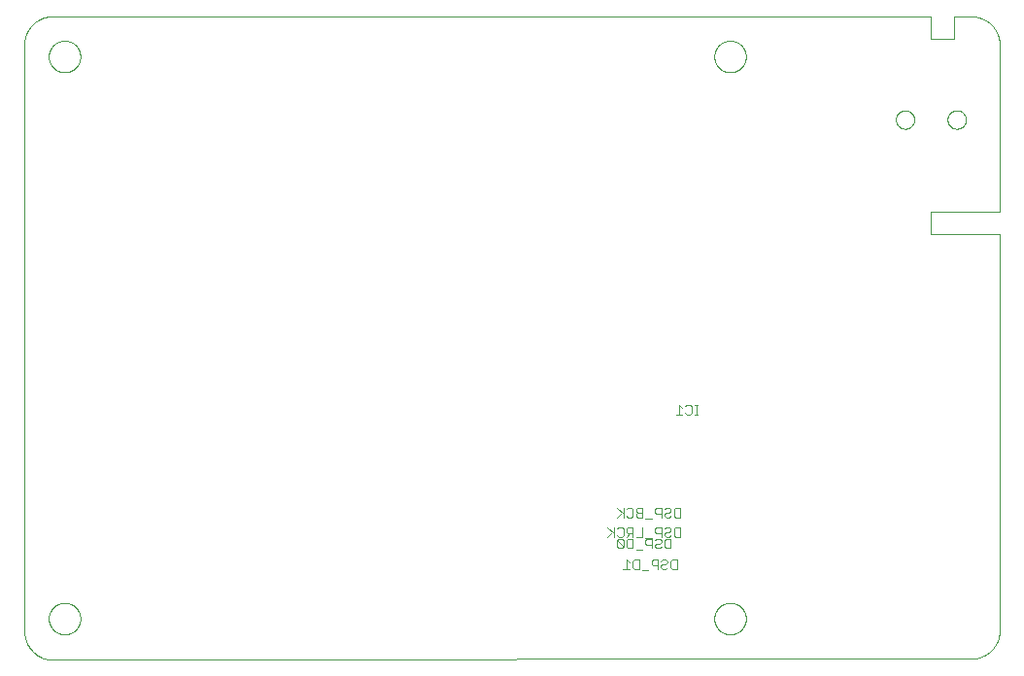
<source format=gbo>
G75*
%MOIN*%
%OFA0B0*%
%FSLAX25Y25*%
%IPPOS*%
%LPD*%
%AMOC8*
5,1,8,0,0,1.08239X$1,22.5*
%
%ADD10C,0.00000*%
%ADD11C,0.00300*%
D10*
X0019433Y0005945D02*
X0334394Y0006339D01*
X0334394Y0006338D02*
X0334632Y0006341D01*
X0334870Y0006349D01*
X0335107Y0006364D01*
X0335344Y0006384D01*
X0335580Y0006410D01*
X0335816Y0006441D01*
X0336051Y0006478D01*
X0336285Y0006521D01*
X0336518Y0006570D01*
X0336750Y0006624D01*
X0336980Y0006684D01*
X0337209Y0006749D01*
X0337436Y0006820D01*
X0337661Y0006896D01*
X0337884Y0006978D01*
X0338106Y0007065D01*
X0338325Y0007157D01*
X0338542Y0007255D01*
X0338756Y0007357D01*
X0338968Y0007465D01*
X0339178Y0007579D01*
X0339384Y0007697D01*
X0339588Y0007820D01*
X0339788Y0007948D01*
X0339985Y0008080D01*
X0340180Y0008218D01*
X0340370Y0008360D01*
X0340558Y0008507D01*
X0340741Y0008658D01*
X0340921Y0008813D01*
X0341097Y0008973D01*
X0341269Y0009137D01*
X0341438Y0009306D01*
X0341602Y0009478D01*
X0341762Y0009654D01*
X0341917Y0009834D01*
X0342068Y0010017D01*
X0342215Y0010205D01*
X0342357Y0010395D01*
X0342495Y0010590D01*
X0342627Y0010787D01*
X0342755Y0010987D01*
X0342878Y0011191D01*
X0342996Y0011397D01*
X0343110Y0011607D01*
X0343218Y0011819D01*
X0343320Y0012033D01*
X0343418Y0012250D01*
X0343510Y0012469D01*
X0343597Y0012691D01*
X0343679Y0012914D01*
X0343755Y0013139D01*
X0343826Y0013366D01*
X0343891Y0013595D01*
X0343951Y0013825D01*
X0344005Y0014057D01*
X0344054Y0014290D01*
X0344097Y0014524D01*
X0344134Y0014759D01*
X0344165Y0014995D01*
X0344191Y0015231D01*
X0344211Y0015468D01*
X0344226Y0015705D01*
X0344234Y0015943D01*
X0344237Y0016181D01*
X0344236Y0016181D02*
X0344236Y0152008D01*
X0320614Y0152008D01*
X0320614Y0159882D01*
X0344236Y0159882D01*
X0344236Y0216969D01*
X0344237Y0216969D02*
X0344234Y0217207D01*
X0344226Y0217445D01*
X0344211Y0217682D01*
X0344191Y0217919D01*
X0344165Y0218155D01*
X0344134Y0218391D01*
X0344097Y0218626D01*
X0344054Y0218860D01*
X0344005Y0219093D01*
X0343951Y0219325D01*
X0343891Y0219555D01*
X0343826Y0219784D01*
X0343755Y0220011D01*
X0343679Y0220236D01*
X0343597Y0220459D01*
X0343510Y0220681D01*
X0343418Y0220900D01*
X0343320Y0221117D01*
X0343218Y0221331D01*
X0343110Y0221543D01*
X0342996Y0221753D01*
X0342878Y0221959D01*
X0342755Y0222163D01*
X0342627Y0222363D01*
X0342495Y0222560D01*
X0342357Y0222755D01*
X0342215Y0222945D01*
X0342068Y0223133D01*
X0341917Y0223316D01*
X0341762Y0223496D01*
X0341602Y0223672D01*
X0341438Y0223844D01*
X0341269Y0224013D01*
X0341097Y0224177D01*
X0340921Y0224337D01*
X0340741Y0224492D01*
X0340558Y0224643D01*
X0340370Y0224790D01*
X0340180Y0224932D01*
X0339985Y0225070D01*
X0339788Y0225202D01*
X0339588Y0225330D01*
X0339384Y0225453D01*
X0339178Y0225571D01*
X0338968Y0225685D01*
X0338756Y0225793D01*
X0338542Y0225895D01*
X0338325Y0225993D01*
X0338106Y0226085D01*
X0337884Y0226172D01*
X0337661Y0226254D01*
X0337436Y0226330D01*
X0337209Y0226401D01*
X0336980Y0226466D01*
X0336750Y0226526D01*
X0336518Y0226580D01*
X0336285Y0226629D01*
X0336051Y0226672D01*
X0335816Y0226709D01*
X0335580Y0226740D01*
X0335344Y0226766D01*
X0335107Y0226786D01*
X0334870Y0226801D01*
X0334632Y0226809D01*
X0334394Y0226812D01*
X0334394Y0226811D02*
X0328488Y0226811D01*
X0328488Y0218937D01*
X0320614Y0218937D01*
X0320614Y0226811D01*
X0019433Y0226811D01*
X0019433Y0226812D02*
X0019200Y0226814D01*
X0018967Y0226810D01*
X0018734Y0226801D01*
X0018501Y0226786D01*
X0018269Y0226765D01*
X0018037Y0226739D01*
X0017806Y0226707D01*
X0017576Y0226670D01*
X0017347Y0226627D01*
X0017119Y0226579D01*
X0016892Y0226525D01*
X0016666Y0226466D01*
X0016442Y0226401D01*
X0016220Y0226331D01*
X0016000Y0226255D01*
X0015781Y0226174D01*
X0015564Y0226088D01*
X0015350Y0225997D01*
X0015137Y0225900D01*
X0014928Y0225799D01*
X0014720Y0225692D01*
X0014516Y0225580D01*
X0014314Y0225464D01*
X0014115Y0225342D01*
X0013918Y0225216D01*
X0013725Y0225085D01*
X0013536Y0224950D01*
X0013349Y0224810D01*
X0013166Y0224666D01*
X0012987Y0224517D01*
X0012811Y0224364D01*
X0012639Y0224206D01*
X0012471Y0224045D01*
X0012307Y0223879D01*
X0012146Y0223710D01*
X0011990Y0223537D01*
X0011839Y0223360D01*
X0011691Y0223179D01*
X0011548Y0222995D01*
X0011409Y0222808D01*
X0011275Y0222617D01*
X0011146Y0222423D01*
X0011021Y0222226D01*
X0010901Y0222026D01*
X0010786Y0221823D01*
X0010676Y0221617D01*
X0010571Y0221409D01*
X0010471Y0221199D01*
X0010376Y0220986D01*
X0010287Y0220771D01*
X0010202Y0220553D01*
X0010123Y0220334D01*
X0010049Y0220113D01*
X0009981Y0219890D01*
X0009917Y0219666D01*
X0009860Y0219440D01*
X0009808Y0219212D01*
X0009761Y0218984D01*
X0009720Y0218755D01*
X0009684Y0218524D01*
X0009654Y0218293D01*
X0009630Y0218061D01*
X0009611Y0217829D01*
X0009598Y0217596D01*
X0009590Y0217363D01*
X0009591Y0217362D02*
X0009591Y0015788D01*
X0009590Y0015788D02*
X0009593Y0015550D01*
X0009601Y0015312D01*
X0009616Y0015075D01*
X0009636Y0014838D01*
X0009662Y0014602D01*
X0009693Y0014366D01*
X0009730Y0014131D01*
X0009773Y0013897D01*
X0009822Y0013664D01*
X0009876Y0013432D01*
X0009936Y0013202D01*
X0010001Y0012973D01*
X0010072Y0012746D01*
X0010148Y0012521D01*
X0010230Y0012298D01*
X0010317Y0012076D01*
X0010409Y0011857D01*
X0010507Y0011640D01*
X0010609Y0011426D01*
X0010717Y0011214D01*
X0010831Y0011004D01*
X0010949Y0010798D01*
X0011072Y0010594D01*
X0011200Y0010394D01*
X0011332Y0010197D01*
X0011470Y0010002D01*
X0011612Y0009812D01*
X0011759Y0009624D01*
X0011910Y0009441D01*
X0012065Y0009261D01*
X0012225Y0009085D01*
X0012389Y0008913D01*
X0012558Y0008744D01*
X0012730Y0008580D01*
X0012906Y0008420D01*
X0013086Y0008265D01*
X0013269Y0008114D01*
X0013457Y0007967D01*
X0013647Y0007825D01*
X0013842Y0007687D01*
X0014039Y0007555D01*
X0014239Y0007427D01*
X0014443Y0007304D01*
X0014649Y0007186D01*
X0014859Y0007072D01*
X0015071Y0006964D01*
X0015285Y0006862D01*
X0015502Y0006764D01*
X0015721Y0006672D01*
X0015943Y0006585D01*
X0016166Y0006503D01*
X0016391Y0006427D01*
X0016618Y0006356D01*
X0016847Y0006291D01*
X0017077Y0006231D01*
X0017309Y0006177D01*
X0017542Y0006128D01*
X0017776Y0006085D01*
X0018011Y0006048D01*
X0018247Y0006017D01*
X0018483Y0005991D01*
X0018720Y0005971D01*
X0018957Y0005956D01*
X0019195Y0005948D01*
X0019433Y0005945D01*
X0017957Y0020118D02*
X0017959Y0020265D01*
X0017965Y0020411D01*
X0017975Y0020557D01*
X0017989Y0020703D01*
X0018007Y0020849D01*
X0018028Y0020994D01*
X0018054Y0021138D01*
X0018084Y0021282D01*
X0018117Y0021424D01*
X0018154Y0021566D01*
X0018195Y0021707D01*
X0018240Y0021846D01*
X0018289Y0021985D01*
X0018341Y0022122D01*
X0018398Y0022257D01*
X0018457Y0022391D01*
X0018521Y0022523D01*
X0018588Y0022653D01*
X0018658Y0022782D01*
X0018732Y0022909D01*
X0018809Y0023033D01*
X0018890Y0023156D01*
X0018974Y0023276D01*
X0019061Y0023394D01*
X0019151Y0023509D01*
X0019244Y0023622D01*
X0019341Y0023733D01*
X0019440Y0023841D01*
X0019542Y0023946D01*
X0019647Y0024048D01*
X0019755Y0024147D01*
X0019866Y0024244D01*
X0019979Y0024337D01*
X0020094Y0024427D01*
X0020212Y0024514D01*
X0020332Y0024598D01*
X0020455Y0024679D01*
X0020579Y0024756D01*
X0020706Y0024830D01*
X0020835Y0024900D01*
X0020965Y0024967D01*
X0021097Y0025031D01*
X0021231Y0025090D01*
X0021366Y0025147D01*
X0021503Y0025199D01*
X0021642Y0025248D01*
X0021781Y0025293D01*
X0021922Y0025334D01*
X0022064Y0025371D01*
X0022206Y0025404D01*
X0022350Y0025434D01*
X0022494Y0025460D01*
X0022639Y0025481D01*
X0022785Y0025499D01*
X0022931Y0025513D01*
X0023077Y0025523D01*
X0023223Y0025529D01*
X0023370Y0025531D01*
X0023517Y0025529D01*
X0023663Y0025523D01*
X0023809Y0025513D01*
X0023955Y0025499D01*
X0024101Y0025481D01*
X0024246Y0025460D01*
X0024390Y0025434D01*
X0024534Y0025404D01*
X0024676Y0025371D01*
X0024818Y0025334D01*
X0024959Y0025293D01*
X0025098Y0025248D01*
X0025237Y0025199D01*
X0025374Y0025147D01*
X0025509Y0025090D01*
X0025643Y0025031D01*
X0025775Y0024967D01*
X0025905Y0024900D01*
X0026034Y0024830D01*
X0026161Y0024756D01*
X0026285Y0024679D01*
X0026408Y0024598D01*
X0026528Y0024514D01*
X0026646Y0024427D01*
X0026761Y0024337D01*
X0026874Y0024244D01*
X0026985Y0024147D01*
X0027093Y0024048D01*
X0027198Y0023946D01*
X0027300Y0023841D01*
X0027399Y0023733D01*
X0027496Y0023622D01*
X0027589Y0023509D01*
X0027679Y0023394D01*
X0027766Y0023276D01*
X0027850Y0023156D01*
X0027931Y0023033D01*
X0028008Y0022909D01*
X0028082Y0022782D01*
X0028152Y0022653D01*
X0028219Y0022523D01*
X0028283Y0022391D01*
X0028342Y0022257D01*
X0028399Y0022122D01*
X0028451Y0021985D01*
X0028500Y0021846D01*
X0028545Y0021707D01*
X0028586Y0021566D01*
X0028623Y0021424D01*
X0028656Y0021282D01*
X0028686Y0021138D01*
X0028712Y0020994D01*
X0028733Y0020849D01*
X0028751Y0020703D01*
X0028765Y0020557D01*
X0028775Y0020411D01*
X0028781Y0020265D01*
X0028783Y0020118D01*
X0028781Y0019971D01*
X0028775Y0019825D01*
X0028765Y0019679D01*
X0028751Y0019533D01*
X0028733Y0019387D01*
X0028712Y0019242D01*
X0028686Y0019098D01*
X0028656Y0018954D01*
X0028623Y0018812D01*
X0028586Y0018670D01*
X0028545Y0018529D01*
X0028500Y0018390D01*
X0028451Y0018251D01*
X0028399Y0018114D01*
X0028342Y0017979D01*
X0028283Y0017845D01*
X0028219Y0017713D01*
X0028152Y0017583D01*
X0028082Y0017454D01*
X0028008Y0017327D01*
X0027931Y0017203D01*
X0027850Y0017080D01*
X0027766Y0016960D01*
X0027679Y0016842D01*
X0027589Y0016727D01*
X0027496Y0016614D01*
X0027399Y0016503D01*
X0027300Y0016395D01*
X0027198Y0016290D01*
X0027093Y0016188D01*
X0026985Y0016089D01*
X0026874Y0015992D01*
X0026761Y0015899D01*
X0026646Y0015809D01*
X0026528Y0015722D01*
X0026408Y0015638D01*
X0026285Y0015557D01*
X0026161Y0015480D01*
X0026034Y0015406D01*
X0025905Y0015336D01*
X0025775Y0015269D01*
X0025643Y0015205D01*
X0025509Y0015146D01*
X0025374Y0015089D01*
X0025237Y0015037D01*
X0025098Y0014988D01*
X0024959Y0014943D01*
X0024818Y0014902D01*
X0024676Y0014865D01*
X0024534Y0014832D01*
X0024390Y0014802D01*
X0024246Y0014776D01*
X0024101Y0014755D01*
X0023955Y0014737D01*
X0023809Y0014723D01*
X0023663Y0014713D01*
X0023517Y0014707D01*
X0023370Y0014705D01*
X0023223Y0014707D01*
X0023077Y0014713D01*
X0022931Y0014723D01*
X0022785Y0014737D01*
X0022639Y0014755D01*
X0022494Y0014776D01*
X0022350Y0014802D01*
X0022206Y0014832D01*
X0022064Y0014865D01*
X0021922Y0014902D01*
X0021781Y0014943D01*
X0021642Y0014988D01*
X0021503Y0015037D01*
X0021366Y0015089D01*
X0021231Y0015146D01*
X0021097Y0015205D01*
X0020965Y0015269D01*
X0020835Y0015336D01*
X0020706Y0015406D01*
X0020579Y0015480D01*
X0020455Y0015557D01*
X0020332Y0015638D01*
X0020212Y0015722D01*
X0020094Y0015809D01*
X0019979Y0015899D01*
X0019866Y0015992D01*
X0019755Y0016089D01*
X0019647Y0016188D01*
X0019542Y0016290D01*
X0019440Y0016395D01*
X0019341Y0016503D01*
X0019244Y0016614D01*
X0019151Y0016727D01*
X0019061Y0016842D01*
X0018974Y0016960D01*
X0018890Y0017080D01*
X0018809Y0017203D01*
X0018732Y0017327D01*
X0018658Y0017454D01*
X0018588Y0017583D01*
X0018521Y0017713D01*
X0018457Y0017845D01*
X0018398Y0017979D01*
X0018341Y0018114D01*
X0018289Y0018251D01*
X0018240Y0018390D01*
X0018195Y0018529D01*
X0018154Y0018670D01*
X0018117Y0018812D01*
X0018084Y0018954D01*
X0018054Y0019098D01*
X0018028Y0019242D01*
X0018007Y0019387D01*
X0017989Y0019533D01*
X0017975Y0019679D01*
X0017965Y0019825D01*
X0017959Y0019971D01*
X0017957Y0020118D01*
X0246304Y0020118D02*
X0246306Y0020265D01*
X0246312Y0020411D01*
X0246322Y0020557D01*
X0246336Y0020703D01*
X0246354Y0020849D01*
X0246375Y0020994D01*
X0246401Y0021138D01*
X0246431Y0021282D01*
X0246464Y0021424D01*
X0246501Y0021566D01*
X0246542Y0021707D01*
X0246587Y0021846D01*
X0246636Y0021985D01*
X0246688Y0022122D01*
X0246745Y0022257D01*
X0246804Y0022391D01*
X0246868Y0022523D01*
X0246935Y0022653D01*
X0247005Y0022782D01*
X0247079Y0022909D01*
X0247156Y0023033D01*
X0247237Y0023156D01*
X0247321Y0023276D01*
X0247408Y0023394D01*
X0247498Y0023509D01*
X0247591Y0023622D01*
X0247688Y0023733D01*
X0247787Y0023841D01*
X0247889Y0023946D01*
X0247994Y0024048D01*
X0248102Y0024147D01*
X0248213Y0024244D01*
X0248326Y0024337D01*
X0248441Y0024427D01*
X0248559Y0024514D01*
X0248679Y0024598D01*
X0248802Y0024679D01*
X0248926Y0024756D01*
X0249053Y0024830D01*
X0249182Y0024900D01*
X0249312Y0024967D01*
X0249444Y0025031D01*
X0249578Y0025090D01*
X0249713Y0025147D01*
X0249850Y0025199D01*
X0249989Y0025248D01*
X0250128Y0025293D01*
X0250269Y0025334D01*
X0250411Y0025371D01*
X0250553Y0025404D01*
X0250697Y0025434D01*
X0250841Y0025460D01*
X0250986Y0025481D01*
X0251132Y0025499D01*
X0251278Y0025513D01*
X0251424Y0025523D01*
X0251570Y0025529D01*
X0251717Y0025531D01*
X0251864Y0025529D01*
X0252010Y0025523D01*
X0252156Y0025513D01*
X0252302Y0025499D01*
X0252448Y0025481D01*
X0252593Y0025460D01*
X0252737Y0025434D01*
X0252881Y0025404D01*
X0253023Y0025371D01*
X0253165Y0025334D01*
X0253306Y0025293D01*
X0253445Y0025248D01*
X0253584Y0025199D01*
X0253721Y0025147D01*
X0253856Y0025090D01*
X0253990Y0025031D01*
X0254122Y0024967D01*
X0254252Y0024900D01*
X0254381Y0024830D01*
X0254508Y0024756D01*
X0254632Y0024679D01*
X0254755Y0024598D01*
X0254875Y0024514D01*
X0254993Y0024427D01*
X0255108Y0024337D01*
X0255221Y0024244D01*
X0255332Y0024147D01*
X0255440Y0024048D01*
X0255545Y0023946D01*
X0255647Y0023841D01*
X0255746Y0023733D01*
X0255843Y0023622D01*
X0255936Y0023509D01*
X0256026Y0023394D01*
X0256113Y0023276D01*
X0256197Y0023156D01*
X0256278Y0023033D01*
X0256355Y0022909D01*
X0256429Y0022782D01*
X0256499Y0022653D01*
X0256566Y0022523D01*
X0256630Y0022391D01*
X0256689Y0022257D01*
X0256746Y0022122D01*
X0256798Y0021985D01*
X0256847Y0021846D01*
X0256892Y0021707D01*
X0256933Y0021566D01*
X0256970Y0021424D01*
X0257003Y0021282D01*
X0257033Y0021138D01*
X0257059Y0020994D01*
X0257080Y0020849D01*
X0257098Y0020703D01*
X0257112Y0020557D01*
X0257122Y0020411D01*
X0257128Y0020265D01*
X0257130Y0020118D01*
X0257128Y0019971D01*
X0257122Y0019825D01*
X0257112Y0019679D01*
X0257098Y0019533D01*
X0257080Y0019387D01*
X0257059Y0019242D01*
X0257033Y0019098D01*
X0257003Y0018954D01*
X0256970Y0018812D01*
X0256933Y0018670D01*
X0256892Y0018529D01*
X0256847Y0018390D01*
X0256798Y0018251D01*
X0256746Y0018114D01*
X0256689Y0017979D01*
X0256630Y0017845D01*
X0256566Y0017713D01*
X0256499Y0017583D01*
X0256429Y0017454D01*
X0256355Y0017327D01*
X0256278Y0017203D01*
X0256197Y0017080D01*
X0256113Y0016960D01*
X0256026Y0016842D01*
X0255936Y0016727D01*
X0255843Y0016614D01*
X0255746Y0016503D01*
X0255647Y0016395D01*
X0255545Y0016290D01*
X0255440Y0016188D01*
X0255332Y0016089D01*
X0255221Y0015992D01*
X0255108Y0015899D01*
X0254993Y0015809D01*
X0254875Y0015722D01*
X0254755Y0015638D01*
X0254632Y0015557D01*
X0254508Y0015480D01*
X0254381Y0015406D01*
X0254252Y0015336D01*
X0254122Y0015269D01*
X0253990Y0015205D01*
X0253856Y0015146D01*
X0253721Y0015089D01*
X0253584Y0015037D01*
X0253445Y0014988D01*
X0253306Y0014943D01*
X0253165Y0014902D01*
X0253023Y0014865D01*
X0252881Y0014832D01*
X0252737Y0014802D01*
X0252593Y0014776D01*
X0252448Y0014755D01*
X0252302Y0014737D01*
X0252156Y0014723D01*
X0252010Y0014713D01*
X0251864Y0014707D01*
X0251717Y0014705D01*
X0251570Y0014707D01*
X0251424Y0014713D01*
X0251278Y0014723D01*
X0251132Y0014737D01*
X0250986Y0014755D01*
X0250841Y0014776D01*
X0250697Y0014802D01*
X0250553Y0014832D01*
X0250411Y0014865D01*
X0250269Y0014902D01*
X0250128Y0014943D01*
X0249989Y0014988D01*
X0249850Y0015037D01*
X0249713Y0015089D01*
X0249578Y0015146D01*
X0249444Y0015205D01*
X0249312Y0015269D01*
X0249182Y0015336D01*
X0249053Y0015406D01*
X0248926Y0015480D01*
X0248802Y0015557D01*
X0248679Y0015638D01*
X0248559Y0015722D01*
X0248441Y0015809D01*
X0248326Y0015899D01*
X0248213Y0015992D01*
X0248102Y0016089D01*
X0247994Y0016188D01*
X0247889Y0016290D01*
X0247787Y0016395D01*
X0247688Y0016503D01*
X0247591Y0016614D01*
X0247498Y0016727D01*
X0247408Y0016842D01*
X0247321Y0016960D01*
X0247237Y0017080D01*
X0247156Y0017203D01*
X0247079Y0017327D01*
X0247005Y0017454D01*
X0246935Y0017583D01*
X0246868Y0017713D01*
X0246804Y0017845D01*
X0246745Y0017979D01*
X0246688Y0018114D01*
X0246636Y0018251D01*
X0246587Y0018390D01*
X0246542Y0018529D01*
X0246501Y0018670D01*
X0246464Y0018812D01*
X0246431Y0018954D01*
X0246401Y0019098D01*
X0246375Y0019242D01*
X0246354Y0019387D01*
X0246336Y0019533D01*
X0246322Y0019679D01*
X0246312Y0019825D01*
X0246306Y0019971D01*
X0246304Y0020118D01*
X0308606Y0191378D02*
X0308608Y0191490D01*
X0308614Y0191601D01*
X0308624Y0191713D01*
X0308638Y0191824D01*
X0308655Y0191934D01*
X0308677Y0192044D01*
X0308703Y0192153D01*
X0308732Y0192261D01*
X0308765Y0192367D01*
X0308802Y0192473D01*
X0308843Y0192577D01*
X0308888Y0192680D01*
X0308936Y0192781D01*
X0308987Y0192880D01*
X0309042Y0192977D01*
X0309101Y0193072D01*
X0309162Y0193166D01*
X0309227Y0193257D01*
X0309296Y0193345D01*
X0309367Y0193431D01*
X0309441Y0193515D01*
X0309519Y0193595D01*
X0309599Y0193673D01*
X0309682Y0193749D01*
X0309767Y0193821D01*
X0309855Y0193890D01*
X0309945Y0193956D01*
X0310038Y0194018D01*
X0310133Y0194078D01*
X0310230Y0194134D01*
X0310328Y0194186D01*
X0310429Y0194235D01*
X0310531Y0194280D01*
X0310635Y0194322D01*
X0310740Y0194360D01*
X0310847Y0194394D01*
X0310954Y0194424D01*
X0311063Y0194451D01*
X0311172Y0194473D01*
X0311283Y0194492D01*
X0311393Y0194507D01*
X0311505Y0194518D01*
X0311616Y0194525D01*
X0311728Y0194528D01*
X0311840Y0194527D01*
X0311952Y0194522D01*
X0312063Y0194513D01*
X0312174Y0194500D01*
X0312285Y0194483D01*
X0312395Y0194463D01*
X0312504Y0194438D01*
X0312612Y0194410D01*
X0312719Y0194377D01*
X0312825Y0194341D01*
X0312929Y0194301D01*
X0313032Y0194258D01*
X0313134Y0194211D01*
X0313233Y0194160D01*
X0313331Y0194106D01*
X0313427Y0194048D01*
X0313521Y0193987D01*
X0313612Y0193923D01*
X0313701Y0193856D01*
X0313788Y0193785D01*
X0313872Y0193711D01*
X0313954Y0193635D01*
X0314032Y0193555D01*
X0314108Y0193473D01*
X0314181Y0193388D01*
X0314251Y0193301D01*
X0314317Y0193211D01*
X0314381Y0193119D01*
X0314441Y0193025D01*
X0314498Y0192929D01*
X0314551Y0192830D01*
X0314601Y0192730D01*
X0314647Y0192629D01*
X0314690Y0192525D01*
X0314729Y0192420D01*
X0314764Y0192314D01*
X0314795Y0192207D01*
X0314823Y0192098D01*
X0314846Y0191989D01*
X0314866Y0191879D01*
X0314882Y0191768D01*
X0314894Y0191657D01*
X0314902Y0191546D01*
X0314906Y0191434D01*
X0314906Y0191322D01*
X0314902Y0191210D01*
X0314894Y0191099D01*
X0314882Y0190988D01*
X0314866Y0190877D01*
X0314846Y0190767D01*
X0314823Y0190658D01*
X0314795Y0190549D01*
X0314764Y0190442D01*
X0314729Y0190336D01*
X0314690Y0190231D01*
X0314647Y0190127D01*
X0314601Y0190026D01*
X0314551Y0189926D01*
X0314498Y0189827D01*
X0314441Y0189731D01*
X0314381Y0189637D01*
X0314317Y0189545D01*
X0314251Y0189455D01*
X0314181Y0189368D01*
X0314108Y0189283D01*
X0314032Y0189201D01*
X0313954Y0189121D01*
X0313872Y0189045D01*
X0313788Y0188971D01*
X0313701Y0188900D01*
X0313612Y0188833D01*
X0313521Y0188769D01*
X0313427Y0188708D01*
X0313331Y0188650D01*
X0313233Y0188596D01*
X0313134Y0188545D01*
X0313032Y0188498D01*
X0312929Y0188455D01*
X0312825Y0188415D01*
X0312719Y0188379D01*
X0312612Y0188346D01*
X0312504Y0188318D01*
X0312395Y0188293D01*
X0312285Y0188273D01*
X0312174Y0188256D01*
X0312063Y0188243D01*
X0311952Y0188234D01*
X0311840Y0188229D01*
X0311728Y0188228D01*
X0311616Y0188231D01*
X0311505Y0188238D01*
X0311393Y0188249D01*
X0311283Y0188264D01*
X0311172Y0188283D01*
X0311063Y0188305D01*
X0310954Y0188332D01*
X0310847Y0188362D01*
X0310740Y0188396D01*
X0310635Y0188434D01*
X0310531Y0188476D01*
X0310429Y0188521D01*
X0310328Y0188570D01*
X0310230Y0188622D01*
X0310133Y0188678D01*
X0310038Y0188738D01*
X0309945Y0188800D01*
X0309855Y0188866D01*
X0309767Y0188935D01*
X0309682Y0189007D01*
X0309599Y0189083D01*
X0309519Y0189161D01*
X0309441Y0189241D01*
X0309367Y0189325D01*
X0309296Y0189411D01*
X0309227Y0189499D01*
X0309162Y0189590D01*
X0309101Y0189684D01*
X0309042Y0189779D01*
X0308987Y0189876D01*
X0308936Y0189975D01*
X0308888Y0190076D01*
X0308843Y0190179D01*
X0308802Y0190283D01*
X0308765Y0190389D01*
X0308732Y0190495D01*
X0308703Y0190603D01*
X0308677Y0190712D01*
X0308655Y0190822D01*
X0308638Y0190932D01*
X0308624Y0191043D01*
X0308614Y0191155D01*
X0308608Y0191266D01*
X0308606Y0191378D01*
X0326323Y0191378D02*
X0326325Y0191490D01*
X0326331Y0191601D01*
X0326341Y0191713D01*
X0326355Y0191824D01*
X0326372Y0191934D01*
X0326394Y0192044D01*
X0326420Y0192153D01*
X0326449Y0192261D01*
X0326482Y0192367D01*
X0326519Y0192473D01*
X0326560Y0192577D01*
X0326605Y0192680D01*
X0326653Y0192781D01*
X0326704Y0192880D01*
X0326759Y0192977D01*
X0326818Y0193072D01*
X0326879Y0193166D01*
X0326944Y0193257D01*
X0327013Y0193345D01*
X0327084Y0193431D01*
X0327158Y0193515D01*
X0327236Y0193595D01*
X0327316Y0193673D01*
X0327399Y0193749D01*
X0327484Y0193821D01*
X0327572Y0193890D01*
X0327662Y0193956D01*
X0327755Y0194018D01*
X0327850Y0194078D01*
X0327947Y0194134D01*
X0328045Y0194186D01*
X0328146Y0194235D01*
X0328248Y0194280D01*
X0328352Y0194322D01*
X0328457Y0194360D01*
X0328564Y0194394D01*
X0328671Y0194424D01*
X0328780Y0194451D01*
X0328889Y0194473D01*
X0329000Y0194492D01*
X0329110Y0194507D01*
X0329222Y0194518D01*
X0329333Y0194525D01*
X0329445Y0194528D01*
X0329557Y0194527D01*
X0329669Y0194522D01*
X0329780Y0194513D01*
X0329891Y0194500D01*
X0330002Y0194483D01*
X0330112Y0194463D01*
X0330221Y0194438D01*
X0330329Y0194410D01*
X0330436Y0194377D01*
X0330542Y0194341D01*
X0330646Y0194301D01*
X0330749Y0194258D01*
X0330851Y0194211D01*
X0330950Y0194160D01*
X0331048Y0194106D01*
X0331144Y0194048D01*
X0331238Y0193987D01*
X0331329Y0193923D01*
X0331418Y0193856D01*
X0331505Y0193785D01*
X0331589Y0193711D01*
X0331671Y0193635D01*
X0331749Y0193555D01*
X0331825Y0193473D01*
X0331898Y0193388D01*
X0331968Y0193301D01*
X0332034Y0193211D01*
X0332098Y0193119D01*
X0332158Y0193025D01*
X0332215Y0192929D01*
X0332268Y0192830D01*
X0332318Y0192730D01*
X0332364Y0192629D01*
X0332407Y0192525D01*
X0332446Y0192420D01*
X0332481Y0192314D01*
X0332512Y0192207D01*
X0332540Y0192098D01*
X0332563Y0191989D01*
X0332583Y0191879D01*
X0332599Y0191768D01*
X0332611Y0191657D01*
X0332619Y0191546D01*
X0332623Y0191434D01*
X0332623Y0191322D01*
X0332619Y0191210D01*
X0332611Y0191099D01*
X0332599Y0190988D01*
X0332583Y0190877D01*
X0332563Y0190767D01*
X0332540Y0190658D01*
X0332512Y0190549D01*
X0332481Y0190442D01*
X0332446Y0190336D01*
X0332407Y0190231D01*
X0332364Y0190127D01*
X0332318Y0190026D01*
X0332268Y0189926D01*
X0332215Y0189827D01*
X0332158Y0189731D01*
X0332098Y0189637D01*
X0332034Y0189545D01*
X0331968Y0189455D01*
X0331898Y0189368D01*
X0331825Y0189283D01*
X0331749Y0189201D01*
X0331671Y0189121D01*
X0331589Y0189045D01*
X0331505Y0188971D01*
X0331418Y0188900D01*
X0331329Y0188833D01*
X0331238Y0188769D01*
X0331144Y0188708D01*
X0331048Y0188650D01*
X0330950Y0188596D01*
X0330851Y0188545D01*
X0330749Y0188498D01*
X0330646Y0188455D01*
X0330542Y0188415D01*
X0330436Y0188379D01*
X0330329Y0188346D01*
X0330221Y0188318D01*
X0330112Y0188293D01*
X0330002Y0188273D01*
X0329891Y0188256D01*
X0329780Y0188243D01*
X0329669Y0188234D01*
X0329557Y0188229D01*
X0329445Y0188228D01*
X0329333Y0188231D01*
X0329222Y0188238D01*
X0329110Y0188249D01*
X0329000Y0188264D01*
X0328889Y0188283D01*
X0328780Y0188305D01*
X0328671Y0188332D01*
X0328564Y0188362D01*
X0328457Y0188396D01*
X0328352Y0188434D01*
X0328248Y0188476D01*
X0328146Y0188521D01*
X0328045Y0188570D01*
X0327947Y0188622D01*
X0327850Y0188678D01*
X0327755Y0188738D01*
X0327662Y0188800D01*
X0327572Y0188866D01*
X0327484Y0188935D01*
X0327399Y0189007D01*
X0327316Y0189083D01*
X0327236Y0189161D01*
X0327158Y0189241D01*
X0327084Y0189325D01*
X0327013Y0189411D01*
X0326944Y0189499D01*
X0326879Y0189590D01*
X0326818Y0189684D01*
X0326759Y0189779D01*
X0326704Y0189876D01*
X0326653Y0189975D01*
X0326605Y0190076D01*
X0326560Y0190179D01*
X0326519Y0190283D01*
X0326482Y0190389D01*
X0326449Y0190495D01*
X0326420Y0190603D01*
X0326394Y0190712D01*
X0326372Y0190822D01*
X0326355Y0190932D01*
X0326341Y0191043D01*
X0326331Y0191155D01*
X0326325Y0191266D01*
X0326323Y0191378D01*
X0246304Y0213032D02*
X0246306Y0213179D01*
X0246312Y0213325D01*
X0246322Y0213471D01*
X0246336Y0213617D01*
X0246354Y0213763D01*
X0246375Y0213908D01*
X0246401Y0214052D01*
X0246431Y0214196D01*
X0246464Y0214338D01*
X0246501Y0214480D01*
X0246542Y0214621D01*
X0246587Y0214760D01*
X0246636Y0214899D01*
X0246688Y0215036D01*
X0246745Y0215171D01*
X0246804Y0215305D01*
X0246868Y0215437D01*
X0246935Y0215567D01*
X0247005Y0215696D01*
X0247079Y0215823D01*
X0247156Y0215947D01*
X0247237Y0216070D01*
X0247321Y0216190D01*
X0247408Y0216308D01*
X0247498Y0216423D01*
X0247591Y0216536D01*
X0247688Y0216647D01*
X0247787Y0216755D01*
X0247889Y0216860D01*
X0247994Y0216962D01*
X0248102Y0217061D01*
X0248213Y0217158D01*
X0248326Y0217251D01*
X0248441Y0217341D01*
X0248559Y0217428D01*
X0248679Y0217512D01*
X0248802Y0217593D01*
X0248926Y0217670D01*
X0249053Y0217744D01*
X0249182Y0217814D01*
X0249312Y0217881D01*
X0249444Y0217945D01*
X0249578Y0218004D01*
X0249713Y0218061D01*
X0249850Y0218113D01*
X0249989Y0218162D01*
X0250128Y0218207D01*
X0250269Y0218248D01*
X0250411Y0218285D01*
X0250553Y0218318D01*
X0250697Y0218348D01*
X0250841Y0218374D01*
X0250986Y0218395D01*
X0251132Y0218413D01*
X0251278Y0218427D01*
X0251424Y0218437D01*
X0251570Y0218443D01*
X0251717Y0218445D01*
X0251864Y0218443D01*
X0252010Y0218437D01*
X0252156Y0218427D01*
X0252302Y0218413D01*
X0252448Y0218395D01*
X0252593Y0218374D01*
X0252737Y0218348D01*
X0252881Y0218318D01*
X0253023Y0218285D01*
X0253165Y0218248D01*
X0253306Y0218207D01*
X0253445Y0218162D01*
X0253584Y0218113D01*
X0253721Y0218061D01*
X0253856Y0218004D01*
X0253990Y0217945D01*
X0254122Y0217881D01*
X0254252Y0217814D01*
X0254381Y0217744D01*
X0254508Y0217670D01*
X0254632Y0217593D01*
X0254755Y0217512D01*
X0254875Y0217428D01*
X0254993Y0217341D01*
X0255108Y0217251D01*
X0255221Y0217158D01*
X0255332Y0217061D01*
X0255440Y0216962D01*
X0255545Y0216860D01*
X0255647Y0216755D01*
X0255746Y0216647D01*
X0255843Y0216536D01*
X0255936Y0216423D01*
X0256026Y0216308D01*
X0256113Y0216190D01*
X0256197Y0216070D01*
X0256278Y0215947D01*
X0256355Y0215823D01*
X0256429Y0215696D01*
X0256499Y0215567D01*
X0256566Y0215437D01*
X0256630Y0215305D01*
X0256689Y0215171D01*
X0256746Y0215036D01*
X0256798Y0214899D01*
X0256847Y0214760D01*
X0256892Y0214621D01*
X0256933Y0214480D01*
X0256970Y0214338D01*
X0257003Y0214196D01*
X0257033Y0214052D01*
X0257059Y0213908D01*
X0257080Y0213763D01*
X0257098Y0213617D01*
X0257112Y0213471D01*
X0257122Y0213325D01*
X0257128Y0213179D01*
X0257130Y0213032D01*
X0257128Y0212885D01*
X0257122Y0212739D01*
X0257112Y0212593D01*
X0257098Y0212447D01*
X0257080Y0212301D01*
X0257059Y0212156D01*
X0257033Y0212012D01*
X0257003Y0211868D01*
X0256970Y0211726D01*
X0256933Y0211584D01*
X0256892Y0211443D01*
X0256847Y0211304D01*
X0256798Y0211165D01*
X0256746Y0211028D01*
X0256689Y0210893D01*
X0256630Y0210759D01*
X0256566Y0210627D01*
X0256499Y0210497D01*
X0256429Y0210368D01*
X0256355Y0210241D01*
X0256278Y0210117D01*
X0256197Y0209994D01*
X0256113Y0209874D01*
X0256026Y0209756D01*
X0255936Y0209641D01*
X0255843Y0209528D01*
X0255746Y0209417D01*
X0255647Y0209309D01*
X0255545Y0209204D01*
X0255440Y0209102D01*
X0255332Y0209003D01*
X0255221Y0208906D01*
X0255108Y0208813D01*
X0254993Y0208723D01*
X0254875Y0208636D01*
X0254755Y0208552D01*
X0254632Y0208471D01*
X0254508Y0208394D01*
X0254381Y0208320D01*
X0254252Y0208250D01*
X0254122Y0208183D01*
X0253990Y0208119D01*
X0253856Y0208060D01*
X0253721Y0208003D01*
X0253584Y0207951D01*
X0253445Y0207902D01*
X0253306Y0207857D01*
X0253165Y0207816D01*
X0253023Y0207779D01*
X0252881Y0207746D01*
X0252737Y0207716D01*
X0252593Y0207690D01*
X0252448Y0207669D01*
X0252302Y0207651D01*
X0252156Y0207637D01*
X0252010Y0207627D01*
X0251864Y0207621D01*
X0251717Y0207619D01*
X0251570Y0207621D01*
X0251424Y0207627D01*
X0251278Y0207637D01*
X0251132Y0207651D01*
X0250986Y0207669D01*
X0250841Y0207690D01*
X0250697Y0207716D01*
X0250553Y0207746D01*
X0250411Y0207779D01*
X0250269Y0207816D01*
X0250128Y0207857D01*
X0249989Y0207902D01*
X0249850Y0207951D01*
X0249713Y0208003D01*
X0249578Y0208060D01*
X0249444Y0208119D01*
X0249312Y0208183D01*
X0249182Y0208250D01*
X0249053Y0208320D01*
X0248926Y0208394D01*
X0248802Y0208471D01*
X0248679Y0208552D01*
X0248559Y0208636D01*
X0248441Y0208723D01*
X0248326Y0208813D01*
X0248213Y0208906D01*
X0248102Y0209003D01*
X0247994Y0209102D01*
X0247889Y0209204D01*
X0247787Y0209309D01*
X0247688Y0209417D01*
X0247591Y0209528D01*
X0247498Y0209641D01*
X0247408Y0209756D01*
X0247321Y0209874D01*
X0247237Y0209994D01*
X0247156Y0210117D01*
X0247079Y0210241D01*
X0247005Y0210368D01*
X0246935Y0210497D01*
X0246868Y0210627D01*
X0246804Y0210759D01*
X0246745Y0210893D01*
X0246688Y0211028D01*
X0246636Y0211165D01*
X0246587Y0211304D01*
X0246542Y0211443D01*
X0246501Y0211584D01*
X0246464Y0211726D01*
X0246431Y0211868D01*
X0246401Y0212012D01*
X0246375Y0212156D01*
X0246354Y0212301D01*
X0246336Y0212447D01*
X0246322Y0212593D01*
X0246312Y0212739D01*
X0246306Y0212885D01*
X0246304Y0213032D01*
X0017957Y0213032D02*
X0017959Y0213179D01*
X0017965Y0213325D01*
X0017975Y0213471D01*
X0017989Y0213617D01*
X0018007Y0213763D01*
X0018028Y0213908D01*
X0018054Y0214052D01*
X0018084Y0214196D01*
X0018117Y0214338D01*
X0018154Y0214480D01*
X0018195Y0214621D01*
X0018240Y0214760D01*
X0018289Y0214899D01*
X0018341Y0215036D01*
X0018398Y0215171D01*
X0018457Y0215305D01*
X0018521Y0215437D01*
X0018588Y0215567D01*
X0018658Y0215696D01*
X0018732Y0215823D01*
X0018809Y0215947D01*
X0018890Y0216070D01*
X0018974Y0216190D01*
X0019061Y0216308D01*
X0019151Y0216423D01*
X0019244Y0216536D01*
X0019341Y0216647D01*
X0019440Y0216755D01*
X0019542Y0216860D01*
X0019647Y0216962D01*
X0019755Y0217061D01*
X0019866Y0217158D01*
X0019979Y0217251D01*
X0020094Y0217341D01*
X0020212Y0217428D01*
X0020332Y0217512D01*
X0020455Y0217593D01*
X0020579Y0217670D01*
X0020706Y0217744D01*
X0020835Y0217814D01*
X0020965Y0217881D01*
X0021097Y0217945D01*
X0021231Y0218004D01*
X0021366Y0218061D01*
X0021503Y0218113D01*
X0021642Y0218162D01*
X0021781Y0218207D01*
X0021922Y0218248D01*
X0022064Y0218285D01*
X0022206Y0218318D01*
X0022350Y0218348D01*
X0022494Y0218374D01*
X0022639Y0218395D01*
X0022785Y0218413D01*
X0022931Y0218427D01*
X0023077Y0218437D01*
X0023223Y0218443D01*
X0023370Y0218445D01*
X0023517Y0218443D01*
X0023663Y0218437D01*
X0023809Y0218427D01*
X0023955Y0218413D01*
X0024101Y0218395D01*
X0024246Y0218374D01*
X0024390Y0218348D01*
X0024534Y0218318D01*
X0024676Y0218285D01*
X0024818Y0218248D01*
X0024959Y0218207D01*
X0025098Y0218162D01*
X0025237Y0218113D01*
X0025374Y0218061D01*
X0025509Y0218004D01*
X0025643Y0217945D01*
X0025775Y0217881D01*
X0025905Y0217814D01*
X0026034Y0217744D01*
X0026161Y0217670D01*
X0026285Y0217593D01*
X0026408Y0217512D01*
X0026528Y0217428D01*
X0026646Y0217341D01*
X0026761Y0217251D01*
X0026874Y0217158D01*
X0026985Y0217061D01*
X0027093Y0216962D01*
X0027198Y0216860D01*
X0027300Y0216755D01*
X0027399Y0216647D01*
X0027496Y0216536D01*
X0027589Y0216423D01*
X0027679Y0216308D01*
X0027766Y0216190D01*
X0027850Y0216070D01*
X0027931Y0215947D01*
X0028008Y0215823D01*
X0028082Y0215696D01*
X0028152Y0215567D01*
X0028219Y0215437D01*
X0028283Y0215305D01*
X0028342Y0215171D01*
X0028399Y0215036D01*
X0028451Y0214899D01*
X0028500Y0214760D01*
X0028545Y0214621D01*
X0028586Y0214480D01*
X0028623Y0214338D01*
X0028656Y0214196D01*
X0028686Y0214052D01*
X0028712Y0213908D01*
X0028733Y0213763D01*
X0028751Y0213617D01*
X0028765Y0213471D01*
X0028775Y0213325D01*
X0028781Y0213179D01*
X0028783Y0213032D01*
X0028781Y0212885D01*
X0028775Y0212739D01*
X0028765Y0212593D01*
X0028751Y0212447D01*
X0028733Y0212301D01*
X0028712Y0212156D01*
X0028686Y0212012D01*
X0028656Y0211868D01*
X0028623Y0211726D01*
X0028586Y0211584D01*
X0028545Y0211443D01*
X0028500Y0211304D01*
X0028451Y0211165D01*
X0028399Y0211028D01*
X0028342Y0210893D01*
X0028283Y0210759D01*
X0028219Y0210627D01*
X0028152Y0210497D01*
X0028082Y0210368D01*
X0028008Y0210241D01*
X0027931Y0210117D01*
X0027850Y0209994D01*
X0027766Y0209874D01*
X0027679Y0209756D01*
X0027589Y0209641D01*
X0027496Y0209528D01*
X0027399Y0209417D01*
X0027300Y0209309D01*
X0027198Y0209204D01*
X0027093Y0209102D01*
X0026985Y0209003D01*
X0026874Y0208906D01*
X0026761Y0208813D01*
X0026646Y0208723D01*
X0026528Y0208636D01*
X0026408Y0208552D01*
X0026285Y0208471D01*
X0026161Y0208394D01*
X0026034Y0208320D01*
X0025905Y0208250D01*
X0025775Y0208183D01*
X0025643Y0208119D01*
X0025509Y0208060D01*
X0025374Y0208003D01*
X0025237Y0207951D01*
X0025098Y0207902D01*
X0024959Y0207857D01*
X0024818Y0207816D01*
X0024676Y0207779D01*
X0024534Y0207746D01*
X0024390Y0207716D01*
X0024246Y0207690D01*
X0024101Y0207669D01*
X0023955Y0207651D01*
X0023809Y0207637D01*
X0023663Y0207627D01*
X0023517Y0207621D01*
X0023370Y0207619D01*
X0023223Y0207621D01*
X0023077Y0207627D01*
X0022931Y0207637D01*
X0022785Y0207651D01*
X0022639Y0207669D01*
X0022494Y0207690D01*
X0022350Y0207716D01*
X0022206Y0207746D01*
X0022064Y0207779D01*
X0021922Y0207816D01*
X0021781Y0207857D01*
X0021642Y0207902D01*
X0021503Y0207951D01*
X0021366Y0208003D01*
X0021231Y0208060D01*
X0021097Y0208119D01*
X0020965Y0208183D01*
X0020835Y0208250D01*
X0020706Y0208320D01*
X0020579Y0208394D01*
X0020455Y0208471D01*
X0020332Y0208552D01*
X0020212Y0208636D01*
X0020094Y0208723D01*
X0019979Y0208813D01*
X0019866Y0208906D01*
X0019755Y0209003D01*
X0019647Y0209102D01*
X0019542Y0209204D01*
X0019440Y0209309D01*
X0019341Y0209417D01*
X0019244Y0209528D01*
X0019151Y0209641D01*
X0019061Y0209756D01*
X0018974Y0209874D01*
X0018890Y0209994D01*
X0018809Y0210117D01*
X0018732Y0210241D01*
X0018658Y0210368D01*
X0018588Y0210497D01*
X0018521Y0210627D01*
X0018457Y0210759D01*
X0018398Y0210893D01*
X0018341Y0211028D01*
X0018289Y0211165D01*
X0018240Y0211304D01*
X0018195Y0211443D01*
X0018154Y0211584D01*
X0018117Y0211726D01*
X0018084Y0211868D01*
X0018054Y0212012D01*
X0018028Y0212156D01*
X0018007Y0212301D01*
X0017989Y0212447D01*
X0017975Y0212593D01*
X0017965Y0212739D01*
X0017959Y0212885D01*
X0017957Y0213032D01*
D11*
X0234201Y0093475D02*
X0234201Y0090229D01*
X0235283Y0090229D02*
X0233119Y0090229D01*
X0235283Y0092393D02*
X0234201Y0093475D01*
X0236381Y0092934D02*
X0236922Y0093475D01*
X0238004Y0093475D01*
X0238545Y0092934D01*
X0238545Y0090770D01*
X0238004Y0090229D01*
X0236922Y0090229D01*
X0236381Y0090770D01*
X0239638Y0090229D02*
X0240720Y0090229D01*
X0240179Y0090229D02*
X0240179Y0093475D01*
X0240720Y0093475D02*
X0239638Y0093475D01*
X0234638Y0058161D02*
X0233015Y0058161D01*
X0232474Y0057620D01*
X0232474Y0055455D01*
X0233015Y0054914D01*
X0234638Y0054914D01*
X0234638Y0058161D01*
X0231375Y0057620D02*
X0231375Y0057078D01*
X0230834Y0056537D01*
X0229752Y0056537D01*
X0229211Y0055996D01*
X0229211Y0055455D01*
X0229752Y0054914D01*
X0230834Y0054914D01*
X0231375Y0055455D01*
X0231375Y0057620D02*
X0230834Y0058161D01*
X0229752Y0058161D01*
X0229211Y0057620D01*
X0228112Y0058161D02*
X0228112Y0054914D01*
X0228112Y0055996D02*
X0226489Y0055996D01*
X0225948Y0056537D01*
X0225948Y0057620D01*
X0226489Y0058161D01*
X0228112Y0058161D01*
X0224850Y0054373D02*
X0222686Y0054373D01*
X0221587Y0054914D02*
X0219964Y0054914D01*
X0219423Y0055455D01*
X0219423Y0055996D01*
X0219964Y0056537D01*
X0221587Y0056537D01*
X0221587Y0054914D02*
X0221587Y0058161D01*
X0219964Y0058161D01*
X0219423Y0057620D01*
X0219423Y0057078D01*
X0219964Y0056537D01*
X0218325Y0055455D02*
X0218325Y0057620D01*
X0217784Y0058161D01*
X0216702Y0058161D01*
X0216160Y0057620D01*
X0215062Y0058161D02*
X0215062Y0054914D01*
X0215062Y0055996D02*
X0212898Y0058161D01*
X0214521Y0056537D02*
X0212898Y0054914D01*
X0216160Y0055455D02*
X0216702Y0054914D01*
X0217784Y0054914D01*
X0218325Y0055455D01*
X0218325Y0051468D02*
X0216702Y0051468D01*
X0216160Y0050927D01*
X0216160Y0049845D01*
X0216702Y0049304D01*
X0218325Y0049304D01*
X0218325Y0048222D02*
X0218325Y0051468D01*
X0217243Y0049304D02*
X0216160Y0048222D01*
X0216705Y0047530D02*
X0218328Y0047530D01*
X0218328Y0044284D01*
X0216705Y0044284D01*
X0216164Y0044825D01*
X0216164Y0046989D01*
X0216705Y0047530D01*
X0215066Y0046989D02*
X0215066Y0044825D01*
X0212902Y0046989D01*
X0212902Y0044825D01*
X0213443Y0044284D01*
X0214525Y0044284D01*
X0215066Y0044825D01*
X0215066Y0046989D02*
X0214525Y0047530D01*
X0213443Y0047530D01*
X0212902Y0046989D01*
X0213439Y0048222D02*
X0212898Y0048763D01*
X0213439Y0048222D02*
X0214521Y0048222D01*
X0215062Y0048763D01*
X0215062Y0050927D01*
X0214521Y0051468D01*
X0213439Y0051468D01*
X0212898Y0050927D01*
X0211799Y0051468D02*
X0211799Y0048222D01*
X0211799Y0049304D02*
X0209635Y0051468D01*
X0211258Y0049845D02*
X0209635Y0048222D01*
X0219423Y0048222D02*
X0221587Y0048222D01*
X0221587Y0051468D01*
X0222686Y0047681D02*
X0224850Y0047681D01*
X0224854Y0047530D02*
X0223230Y0047530D01*
X0222689Y0046989D01*
X0222689Y0045907D01*
X0223230Y0045366D01*
X0224854Y0045366D01*
X0224854Y0044284D02*
X0224854Y0047530D01*
X0225952Y0046989D02*
X0226493Y0047530D01*
X0227575Y0047530D01*
X0228116Y0046989D01*
X0228116Y0046448D01*
X0227575Y0045907D01*
X0226493Y0045907D01*
X0225952Y0045366D01*
X0225952Y0044825D01*
X0226493Y0044284D01*
X0227575Y0044284D01*
X0228116Y0044825D01*
X0229215Y0044825D02*
X0229215Y0046989D01*
X0229756Y0047530D01*
X0231379Y0047530D01*
X0231379Y0044284D01*
X0229756Y0044284D01*
X0229215Y0044825D01*
X0229752Y0048222D02*
X0230834Y0048222D01*
X0231375Y0048763D01*
X0232474Y0048763D02*
X0232474Y0050927D01*
X0233015Y0051468D01*
X0234638Y0051468D01*
X0234638Y0048222D01*
X0233015Y0048222D01*
X0232474Y0048763D01*
X0231375Y0050386D02*
X0230834Y0049845D01*
X0229752Y0049845D01*
X0229211Y0049304D01*
X0229211Y0048763D01*
X0229752Y0048222D01*
X0228112Y0048222D02*
X0228112Y0051468D01*
X0226489Y0051468D01*
X0225948Y0050927D01*
X0225948Y0049845D01*
X0226489Y0049304D01*
X0228112Y0049304D01*
X0229211Y0050927D02*
X0229752Y0051468D01*
X0230834Y0051468D01*
X0231375Y0050927D01*
X0231375Y0050386D01*
X0221591Y0043743D02*
X0219427Y0043743D01*
X0218783Y0040444D02*
X0218242Y0039903D01*
X0218242Y0037739D01*
X0218783Y0037198D01*
X0220406Y0037198D01*
X0220406Y0040444D01*
X0218783Y0040444D01*
X0217143Y0039362D02*
X0216061Y0040444D01*
X0216061Y0037198D01*
X0217143Y0037198D02*
X0214979Y0037198D01*
X0221505Y0036657D02*
X0223669Y0036657D01*
X0225308Y0038280D02*
X0226931Y0038280D01*
X0226931Y0037198D02*
X0226931Y0040444D01*
X0225308Y0040444D01*
X0224767Y0039903D01*
X0224767Y0038821D01*
X0225308Y0038280D01*
X0228030Y0038280D02*
X0228030Y0037739D01*
X0228571Y0037198D01*
X0229653Y0037198D01*
X0230194Y0037739D01*
X0231292Y0037739D02*
X0231292Y0039903D01*
X0231834Y0040444D01*
X0233457Y0040444D01*
X0233457Y0037198D01*
X0231834Y0037198D01*
X0231292Y0037739D01*
X0230194Y0039362D02*
X0229653Y0038821D01*
X0228571Y0038821D01*
X0228030Y0038280D01*
X0228030Y0039903D02*
X0228571Y0040444D01*
X0229653Y0040444D01*
X0230194Y0039903D01*
X0230194Y0039362D01*
M02*

</source>
